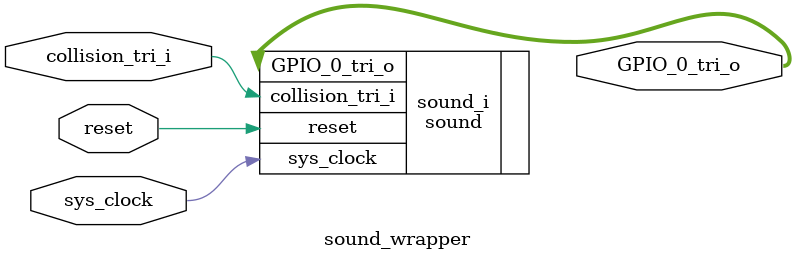
<source format=v>
`timescale 1 ps / 1 ps

module sound_wrapper
   (GPIO_0_tri_o,
    collision_tri_i,
    reset,
    sys_clock);
  output [1:0]GPIO_0_tri_o;
  input [0:0]collision_tri_i;
  input reset;
  input sys_clock;

  wire [1:0]GPIO_0_tri_o;
  wire [0:0]collision_tri_i;
  wire reset;
  wire sys_clock;

  sound sound_i
       (.GPIO_0_tri_o(GPIO_0_tri_o),
        .collision_tri_i(collision_tri_i),
        .reset(reset),
        .sys_clock(sys_clock));
endmodule

</source>
